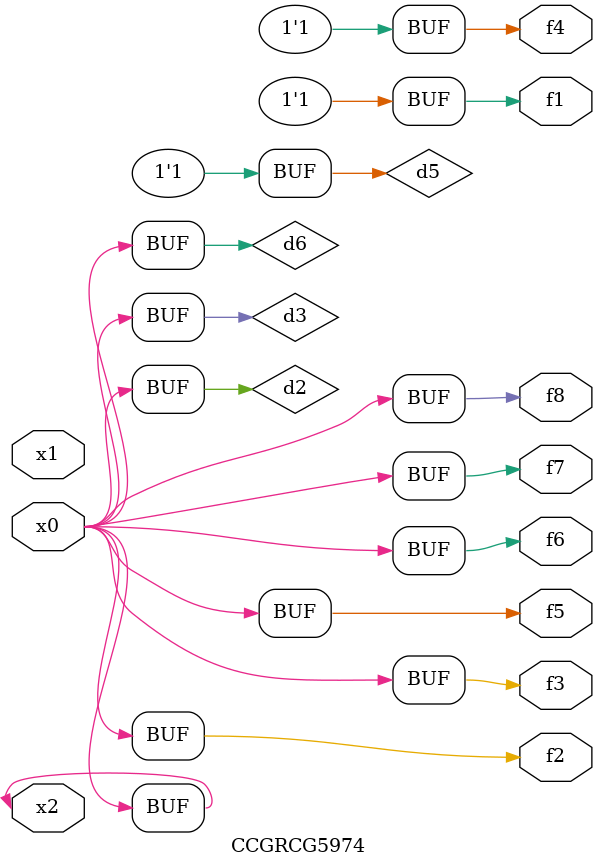
<source format=v>
module CCGRCG5974(
	input x0, x1, x2,
	output f1, f2, f3, f4, f5, f6, f7, f8
);

	wire d1, d2, d3, d4, d5, d6;

	xnor (d1, x2);
	buf (d2, x0, x2);
	and (d3, x0);
	xnor (d4, x1, x2);
	nand (d5, d1, d3);
	buf (d6, d2, d3);
	assign f1 = d5;
	assign f2 = d6;
	assign f3 = d6;
	assign f4 = d5;
	assign f5 = d6;
	assign f6 = d6;
	assign f7 = d6;
	assign f8 = d6;
endmodule

</source>
